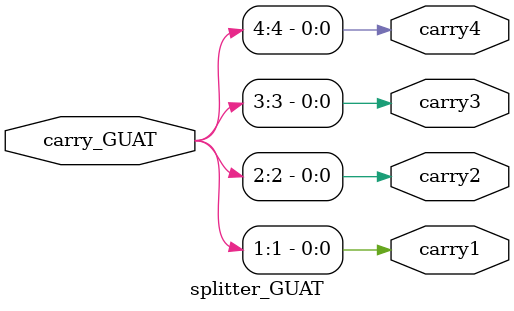
<source format=v>
`timescale 1ns / 1ps


module splitter_GUAT(carry_GUAT, carry1, carry2, carry3, carry4);

    input [4:1] carry_GUAT;
    output carry1, carry2, carry3, carry4;
    
    assign carry1 = carry_GUAT[1];
    assign carry2 = carry_GUAT[2];
    assign carry3 = carry_GUAT[3];
    assign carry4 = carry_GUAT[4];
    
endmodule

</source>
